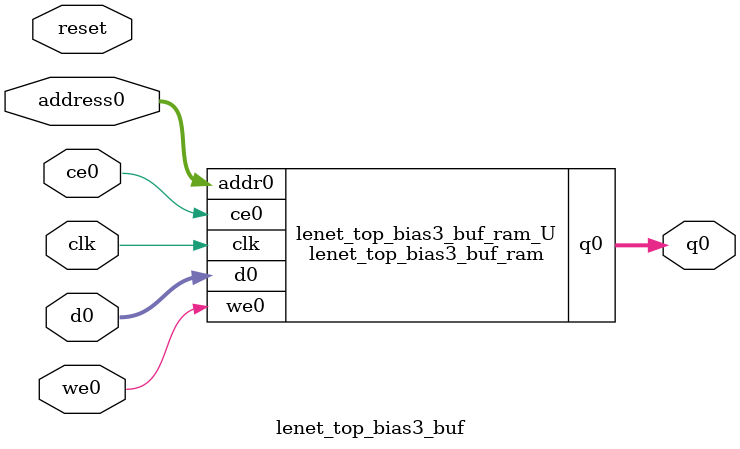
<source format=v>
`timescale 1 ns / 1 ps
module lenet_top_bias3_buf_ram (addr0, ce0, d0, we0, q0,  clk);

parameter DWIDTH = 32;
parameter AWIDTH = 4;
parameter MEM_SIZE = 16;

input[AWIDTH-1:0] addr0;
input ce0;
input[DWIDTH-1:0] d0;
input we0;
output reg[DWIDTH-1:0] q0;
input clk;

(* ram_style = "distributed" *)reg [DWIDTH-1:0] ram[0:MEM_SIZE-1];




always @(posedge clk)  
begin 
    if (ce0) 
    begin
        if (we0) 
        begin 
            ram[addr0] <= d0; 
        end 
        q0 <= ram[addr0];
    end
end


endmodule

`timescale 1 ns / 1 ps
module lenet_top_bias3_buf(
    reset,
    clk,
    address0,
    ce0,
    we0,
    d0,
    q0);

parameter DataWidth = 32'd32;
parameter AddressRange = 32'd16;
parameter AddressWidth = 32'd4;
input reset;
input clk;
input[AddressWidth - 1:0] address0;
input ce0;
input we0;
input[DataWidth - 1:0] d0;
output[DataWidth - 1:0] q0;



lenet_top_bias3_buf_ram lenet_top_bias3_buf_ram_U(
    .clk( clk ),
    .addr0( address0 ),
    .ce0( ce0 ),
    .we0( we0 ),
    .d0( d0 ),
    .q0( q0 ));

endmodule


</source>
